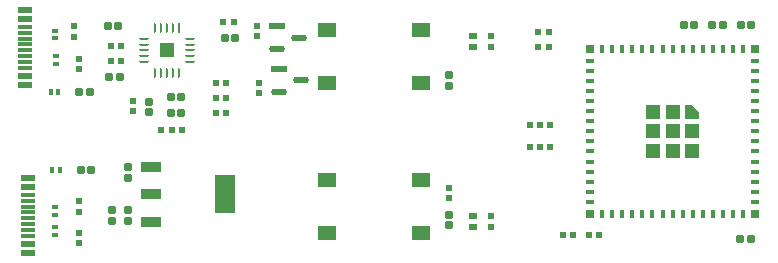
<source format=gtp>
G04*
G04 #@! TF.GenerationSoftware,Altium Limited,Altium Designer,25.8.1 (18)*
G04*
G04 Layer_Color=8421504*
%FSLAX25Y25*%
%MOIN*%
G70*
G04*
G04 #@! TF.SameCoordinates,6ABF4B5D-D965-4913-BD24-76852B7B618B*
G04*
G04*
G04 #@! TF.FilePolarity,Positive*
G04*
G01*
G75*
%ADD15R,0.05105X0.05105*%
%ADD16R,0.00955X0.03306*%
G04:AMPARAMS|DCode=17|XSize=33.06mil|YSize=9.55mil|CornerRadius=4.77mil|HoleSize=0mil|Usage=FLASHONLY|Rotation=270.000|XOffset=0mil|YOffset=0mil|HoleType=Round|Shape=RoundedRectangle|*
%AMROUNDEDRECTD17*
21,1,0.03306,0.00000,0,0,270.0*
21,1,0.02351,0.00955,0,0,270.0*
1,1,0.00955,0.00000,-0.01176*
1,1,0.00955,0.00000,0.01176*
1,1,0.00955,0.00000,0.01176*
1,1,0.00955,0.00000,-0.01176*
%
%ADD17ROUNDEDRECTD17*%
G04:AMPARAMS|DCode=18|XSize=9.55mil|YSize=33.06mil|CornerRadius=4.77mil|HoleSize=0mil|Usage=FLASHONLY|Rotation=270.000|XOffset=0mil|YOffset=0mil|HoleType=Round|Shape=RoundedRectangle|*
%AMROUNDEDRECTD18*
21,1,0.00955,0.02351,0,0,270.0*
21,1,0.00000,0.03306,0,0,270.0*
1,1,0.00955,-0.01176,0.00000*
1,1,0.00955,-0.01176,0.00000*
1,1,0.00955,0.01176,0.00000*
1,1,0.00955,0.01176,0.00000*
%
%ADD18ROUNDEDRECTD18*%
%ADD19R,0.02362X0.02126*%
%ADD20R,0.06102X0.05118*%
G04:AMPARAMS|DCode=21|XSize=35.43mil|YSize=68.9mil|CornerRadius=1.95mil|HoleSize=0mil|Usage=FLASHONLY|Rotation=90.000|XOffset=0mil|YOffset=0mil|HoleType=Round|Shape=RoundedRectangle|*
%AMROUNDEDRECTD21*
21,1,0.03543,0.06500,0,0,90.0*
21,1,0.03154,0.06890,0,0,90.0*
1,1,0.00390,0.03250,0.01577*
1,1,0.00390,0.03250,-0.01577*
1,1,0.00390,-0.03250,-0.01577*
1,1,0.00390,-0.03250,0.01577*
%
%ADD21ROUNDEDRECTD21*%
G04:AMPARAMS|DCode=22|XSize=125.98mil|YSize=68.9mil|CornerRadius=2.07mil|HoleSize=0mil|Usage=FLASHONLY|Rotation=90.000|XOffset=0mil|YOffset=0mil|HoleType=Round|Shape=RoundedRectangle|*
%AMROUNDEDRECTD22*
21,1,0.12598,0.06476,0,0,90.0*
21,1,0.12185,0.06890,0,0,90.0*
1,1,0.00413,0.03238,0.06093*
1,1,0.00413,0.03238,-0.06093*
1,1,0.00413,-0.03238,-0.06093*
1,1,0.00413,-0.03238,0.06093*
%
%ADD22ROUNDEDRECTD22*%
%ADD23R,0.02362X0.01378*%
%ADD24R,0.02126X0.02362*%
%ADD25R,0.01378X0.02362*%
G04:AMPARAMS|DCode=26|XSize=23.62mil|YSize=26.38mil|CornerRadius=2.95mil|HoleSize=0mil|Usage=FLASHONLY|Rotation=180.000|XOffset=0mil|YOffset=0mil|HoleType=Round|Shape=RoundedRectangle|*
%AMROUNDEDRECTD26*
21,1,0.02362,0.02047,0,0,180.0*
21,1,0.01772,0.02638,0,0,180.0*
1,1,0.00591,-0.00886,0.01024*
1,1,0.00591,0.00886,0.01024*
1,1,0.00591,0.00886,-0.01024*
1,1,0.00591,-0.00886,-0.01024*
%
%ADD26ROUNDEDRECTD26*%
G04:AMPARAMS|DCode=27|XSize=53.43mil|YSize=22.53mil|CornerRadius=11.26mil|HoleSize=0mil|Usage=FLASHONLY|Rotation=0.000|XOffset=0mil|YOffset=0mil|HoleType=Round|Shape=RoundedRectangle|*
%AMROUNDEDRECTD27*
21,1,0.05343,0.00000,0,0,0.0*
21,1,0.03091,0.02253,0,0,0.0*
1,1,0.02253,0.01545,0.00000*
1,1,0.02253,-0.01545,0.00000*
1,1,0.02253,-0.01545,0.00000*
1,1,0.02253,0.01545,0.00000*
%
%ADD27ROUNDEDRECTD27*%
%ADD28R,0.05343X0.02253*%
G04:AMPARAMS|DCode=29|XSize=23.62mil|YSize=26.38mil|CornerRadius=2.95mil|HoleSize=0mil|Usage=FLASHONLY|Rotation=90.000|XOffset=0mil|YOffset=0mil|HoleType=Round|Shape=RoundedRectangle|*
%AMROUNDEDRECTD29*
21,1,0.02362,0.02047,0,0,90.0*
21,1,0.01772,0.02638,0,0,90.0*
1,1,0.00591,0.01024,0.00886*
1,1,0.00591,0.01024,-0.00886*
1,1,0.00591,-0.01024,-0.00886*
1,1,0.00591,-0.01024,0.00886*
%
%ADD29ROUNDEDRECTD29*%
%ADD30R,0.04528X0.02362*%
%ADD31R,0.04528X0.01181*%
%ADD32R,0.02756X0.02362*%
%ADD33R,0.01575X0.03150*%
%ADD34R,0.03150X0.01575*%
%ADD35R,0.03150X0.03150*%
%ADD36R,0.04724X0.04724*%
G36*
X243638Y54134D02*
Y58858D01*
X246000D01*
X248362Y56496D01*
Y54134D01*
X243638D01*
D02*
G37*
D15*
X71000Y77000D02*
D03*
D16*
X74937Y84541D02*
D03*
D17*
X72969D02*
D03*
X69032D02*
D03*
X67063D02*
D03*
X69032Y69459D02*
D03*
X72969D02*
D03*
X74937D02*
D03*
X67063D02*
D03*
X71000D02*
D03*
Y84541D02*
D03*
D18*
X63459Y80937D02*
D03*
Y78969D02*
D03*
Y73063D02*
D03*
X78541D02*
D03*
Y75032D02*
D03*
Y77000D02*
D03*
Y78969D02*
D03*
Y80937D02*
D03*
X63459Y77000D02*
D03*
Y75032D02*
D03*
D19*
X179000Y81701D02*
D03*
Y78299D02*
D03*
X41500Y23299D02*
D03*
Y26701D02*
D03*
X40000Y85000D02*
D03*
Y81598D02*
D03*
X101500Y62799D02*
D03*
Y66201D02*
D03*
X179000Y18299D02*
D03*
Y21701D02*
D03*
X165000Y27799D02*
D03*
Y31201D02*
D03*
X101000Y81799D02*
D03*
Y85201D02*
D03*
X41500Y12799D02*
D03*
Y16201D02*
D03*
Y70799D02*
D03*
Y74201D02*
D03*
X59500Y56799D02*
D03*
Y60201D02*
D03*
D20*
X124350Y66142D02*
D03*
X155650D02*
D03*
Y83858D02*
D03*
X124350D02*
D03*
Y16142D02*
D03*
X155650D02*
D03*
Y33858D02*
D03*
X124350D02*
D03*
D21*
X65697Y38055D02*
D03*
Y19800D02*
D03*
Y29000D02*
D03*
D22*
X90303D02*
D03*
D23*
X33700Y15441D02*
D03*
Y18000D02*
D03*
X34000Y75000D02*
D03*
Y72441D02*
D03*
X33500Y24759D02*
D03*
Y22200D02*
D03*
Y81000D02*
D03*
Y83559D02*
D03*
D24*
X90701Y66000D02*
D03*
X87299D02*
D03*
Y61000D02*
D03*
X90701D02*
D03*
X198201Y83000D02*
D03*
X194799D02*
D03*
X195299Y44800D02*
D03*
X198701D02*
D03*
X52299Y78500D02*
D03*
X55701D02*
D03*
X195301Y44800D02*
D03*
X191899D02*
D03*
X195301Y52000D02*
D03*
X191899D02*
D03*
X87299Y56000D02*
D03*
X90701D02*
D03*
X52299Y73500D02*
D03*
X55701D02*
D03*
X211599Y15500D02*
D03*
X215001D02*
D03*
X72501Y50500D02*
D03*
X69099D02*
D03*
X195299Y52000D02*
D03*
X198701D02*
D03*
X198201Y78000D02*
D03*
X194799D02*
D03*
X89799Y86500D02*
D03*
X93201D02*
D03*
X202899Y15500D02*
D03*
X206301D02*
D03*
X72500Y50500D02*
D03*
X75902D02*
D03*
D25*
X32721Y37000D02*
D03*
X35280D02*
D03*
X34780Y63000D02*
D03*
X32221D02*
D03*
D26*
X72280Y61500D02*
D03*
X75721D02*
D03*
X45720Y37000D02*
D03*
X42279D02*
D03*
X72280Y56000D02*
D03*
X75721D02*
D03*
X55221Y68000D02*
D03*
X51780D02*
D03*
X41780Y63000D02*
D03*
X45221D02*
D03*
X54720Y85000D02*
D03*
X51279D02*
D03*
X90280Y81000D02*
D03*
X93721D02*
D03*
X252780Y85500D02*
D03*
X246721D02*
D03*
X262280D02*
D03*
X265500Y14200D02*
D03*
X265721Y85500D02*
D03*
X256221D02*
D03*
X243280D02*
D03*
X262059Y14200D02*
D03*
D27*
X115742Y67000D02*
D03*
X108258Y63260D02*
D03*
X114985Y81260D02*
D03*
X107500Y77520D02*
D03*
D28*
X108258Y70740D02*
D03*
X107500Y85000D02*
D03*
D29*
X58000Y38000D02*
D03*
Y34559D02*
D03*
X165000Y22220D02*
D03*
Y18779D02*
D03*
X52500Y20279D02*
D03*
Y23720D02*
D03*
X65000Y59941D02*
D03*
Y56500D02*
D03*
X58000Y20279D02*
D03*
Y23720D02*
D03*
X165000Y68721D02*
D03*
Y65280D02*
D03*
D30*
X23764Y87441D02*
D03*
Y68543D02*
D03*
Y65394D02*
D03*
Y90591D02*
D03*
X24764Y34606D02*
D03*
Y9409D02*
D03*
Y31457D02*
D03*
Y12559D02*
D03*
D31*
X23764Y71102D02*
D03*
Y73071D02*
D03*
Y82913D02*
D03*
Y84882D02*
D03*
Y78976D02*
D03*
Y75039D02*
D03*
Y80945D02*
D03*
Y77008D02*
D03*
X24764Y15118D02*
D03*
Y26929D02*
D03*
Y24961D02*
D03*
Y21024D02*
D03*
Y22992D02*
D03*
Y19055D02*
D03*
Y17087D02*
D03*
Y28898D02*
D03*
D32*
X173000Y21870D02*
D03*
Y18130D02*
D03*
Y81870D02*
D03*
Y78130D02*
D03*
D33*
X256236Y77559D02*
D03*
X252890D02*
D03*
X249543D02*
D03*
X246197D02*
D03*
X242850D02*
D03*
X239504D02*
D03*
X236157D02*
D03*
X232811D02*
D03*
X229465D02*
D03*
X226118D02*
D03*
X222772D02*
D03*
X219425D02*
D03*
X216079D02*
D03*
Y22441D02*
D03*
X219425D02*
D03*
X222772D02*
D03*
X226118D02*
D03*
X229465D02*
D03*
X232811D02*
D03*
X236157D02*
D03*
X239504D02*
D03*
X242850D02*
D03*
X246197D02*
D03*
X249543D02*
D03*
X259583D02*
D03*
X262929D02*
D03*
X252890D02*
D03*
X256236D02*
D03*
X259583Y77559D02*
D03*
X262929D02*
D03*
D34*
X211945Y73425D02*
D03*
Y70079D02*
D03*
Y66732D02*
D03*
Y63386D02*
D03*
Y60039D02*
D03*
Y56693D02*
D03*
Y53347D02*
D03*
Y50000D02*
D03*
Y46654D02*
D03*
Y43307D02*
D03*
Y39961D02*
D03*
Y36614D02*
D03*
Y33268D02*
D03*
Y29921D02*
D03*
Y26575D02*
D03*
X267063Y29921D02*
D03*
Y26575D02*
D03*
Y33268D02*
D03*
Y39961D02*
D03*
Y36614D02*
D03*
Y43307D02*
D03*
Y50000D02*
D03*
Y46654D02*
D03*
Y53347D02*
D03*
Y60039D02*
D03*
Y56693D02*
D03*
Y63386D02*
D03*
Y70079D02*
D03*
Y66732D02*
D03*
Y73425D02*
D03*
D35*
X211945Y22441D02*
D03*
X267063D02*
D03*
X211945Y77559D02*
D03*
X267063D02*
D03*
D36*
X233008Y43504D02*
D03*
X239504Y50000D02*
D03*
X233008D02*
D03*
X239504Y43504D02*
D03*
X246000D02*
D03*
Y50000D02*
D03*
X239504Y56496D02*
D03*
X233008D02*
D03*
M02*

</source>
